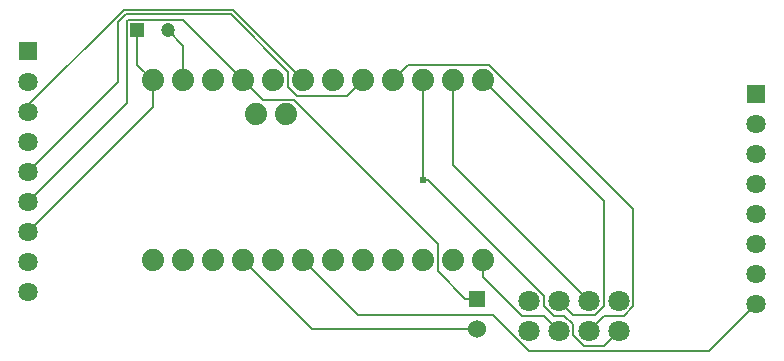
<source format=gbl>
G04 ---------------------------- Layer name :BOTTOM LAYER*
G04 easyEDA 0.1*
G04 Scale: 100 percent, Rotated: No, Reflected: No *
G04 Dimensions in inches *
G04 leading zeros omitted , absolute positions ,2 integer and 4 * 
%FSLAX24Y24*%
%MOIN*%
G90*
G70D02*

%ADD11C,0.008000*%
%ADD12C,0.024016*%
%ADD13C,0.070866*%
%ADD15R,0.047200X0.047200*%
%ADD16C,0.047200*%
%ADD18C,0.074000*%
%ADD20R,0.064300X0.064300*%
%ADD21C,0.064300*%
%ADD23C,0.060000*%
%ADD25R,0.055000X0.055000*%

%LPD*%
G54D11*
G01X16939Y1944D02*
G01X16555Y1944D01*
G01X16555Y1944D02*
G01X15643Y2855D01*
G01X15643Y3776D01*
G01X10838Y8582D01*
G01X9794Y8582D01*
G01X9143Y9232D01*
G01X9143Y9232D02*
G01X7135Y11240D01*
G01X5300Y11240D01*
G01X5276Y11217D01*
G01X5276Y8465D01*
G01X1986Y5175D01*
G01X17143Y3232D02*
G01X17143Y2675D01*
G01X18432Y1386D01*
G01X19172Y1386D01*
G01X19672Y886D01*
G01X19672Y1886D02*
G01X20136Y1421D01*
G01X20872Y1421D01*
G01X21172Y1719D01*
G01X21172Y5205D01*
G01X17143Y9232D01*
G01X14143Y9232D02*
G01X14657Y9746D01*
G01X17330Y9746D01*
G01X22138Y4938D01*
G01X22138Y1688D01*
G01X21834Y1386D01*
G01X21172Y1386D01*
G01X20672Y886D01*
G01X16143Y9232D02*
G01X16143Y6413D01*
G01X20672Y1886D01*
G01X15143Y5905D02*
G01X15314Y5905D01*
G01X19172Y2046D01*
G01X19172Y1719D01*
G01X19505Y1386D01*
G01X19852Y1386D01*
G01X20136Y1101D01*
G01X20136Y736D01*
G01X20497Y376D01*
G01X21161Y376D01*
G01X21672Y886D01*
G01X15143Y9232D02*
G01X15143Y5905D01*
G01X6143Y9232D02*
G01X5623Y9753D01*
G01X5623Y10894D01*
G01X1986Y4175D02*
G01X6143Y8332D01*
G01X6143Y9232D01*
G01X7143Y9232D02*
G01X7143Y10373D01*
G01X6628Y10888D01*
G01X26243Y1759D02*
G01X24682Y198D01*
G01X18686Y198D01*
G01X17473Y1411D01*
G01X12964Y1411D01*
G01X11143Y3232D01*
G01X1986Y6175D02*
G01X4971Y9159D01*
G01X4971Y11159D01*
G01X5242Y11430D01*
G01X8732Y11430D01*
G01X10643Y9519D01*
G01X10643Y8988D01*
G01X10935Y8698D01*
G01X12610Y8698D01*
G01X13143Y9232D01*
G01X1986Y8175D02*
G01X1986Y8388D01*
G01X5180Y11580D01*
G01X8796Y11580D01*
G01X11143Y9232D01*
G01X9143Y3232D02*
G01X11444Y932D01*
G01X16927Y932D01*
G54D13*
G01X18672Y884D03*
G01X18672Y1886D03*
G01X19672Y886D03*
G01X19672Y1886D03*
G01X20672Y886D03*
G01X20672Y1886D03*
G01X21672Y886D03*
G01X21672Y1886D03*
G54D15*
G01X5622Y10894D03*
G54D16*
G01X6627Y10888D03*
G54D18*
G01X6143Y3232D03*
G01X7143Y3232D03*
G01X8143Y3232D03*
G01X9143Y3232D03*
G01X10143Y3232D03*
G01X11143Y3232D03*
G01X12143Y3232D03*
G01X13143Y3232D03*
G01X14143Y3232D03*
G01X15143Y3232D03*
G01X16143Y3232D03*
G01X17143Y3232D03*
G01X17143Y9232D03*
G01X16143Y9232D03*
G01X15143Y9232D03*
G01X14143Y9232D03*
G01X13143Y9232D03*
G01X12143Y9232D03*
G01X11143Y9232D03*
G01X10143Y9232D03*
G01X9143Y9232D03*
G01X8143Y9232D03*
G01X7143Y9232D03*
G01X6143Y9232D03*
G01X9585Y8101D03*
G01X10585Y8101D03*
G54D20*
G01X26246Y8761D03*
G54D21*
G01X26243Y7759D03*
G01X26243Y6759D03*
G01X26243Y5759D03*
G01X26243Y4759D03*
G01X26243Y3759D03*
G01X26243Y2759D03*
G01X26243Y1759D03*
G54D20*
G01X1988Y10199D03*
G54D21*
G01X1986Y9175D03*
G01X1986Y8175D03*
G01X1986Y7175D03*
G01X1986Y6175D03*
G01X1986Y5175D03*
G01X1986Y4175D03*
G01X1986Y3175D03*
G01X1986Y2175D03*
G54D23*
G01X16927Y932D03*
G54D25*
G01X16939Y1944D03*
G54D12*
G01X15143Y5905D03*
G54D13*
G01X18672Y884D03*
G01X18672Y1886D03*
G01X19672Y886D03*
G01X19672Y1886D03*
G01X20672Y886D03*
G01X20672Y1886D03*
G01X21672Y886D03*
G01X21672Y1886D03*
G54D15*
G01X5622Y10894D03*
G54D16*
G01X6627Y10888D03*
G54D18*
G01X6143Y3232D03*
G01X7143Y3232D03*
G01X8143Y3232D03*
G01X9143Y3232D03*
G01X10143Y3232D03*
G01X11143Y3232D03*
G01X12143Y3232D03*
G01X13143Y3232D03*
G01X14143Y3232D03*
G01X15143Y3232D03*
G01X16143Y3232D03*
G01X17143Y3232D03*
G01X17143Y9232D03*
G01X16143Y9232D03*
G01X15143Y9232D03*
G01X14143Y9232D03*
G01X13143Y9232D03*
G01X12143Y9232D03*
G01X11143Y9232D03*
G01X10143Y9232D03*
G01X9143Y9232D03*
G01X8143Y9232D03*
G01X7143Y9232D03*
G01X6143Y9232D03*
G01X9585Y8101D03*
G01X10585Y8101D03*
G54D20*
G01X26246Y8761D03*
G54D21*
G01X26243Y7759D03*
G01X26243Y6759D03*
G01X26243Y5759D03*
G01X26243Y4759D03*
G01X26243Y3759D03*
G01X26243Y2759D03*
G01X26243Y1759D03*
G54D20*
G01X1988Y10199D03*
G54D21*
G01X1986Y9175D03*
G01X1986Y8175D03*
G01X1986Y7175D03*
G01X1986Y6175D03*
G01X1986Y5175D03*
G01X1986Y4175D03*
G01X1986Y3175D03*
G01X1986Y2175D03*
G54D23*
G01X16927Y932D03*
G54D25*
G01X16939Y1944D03*

M00*
M02*
</source>
